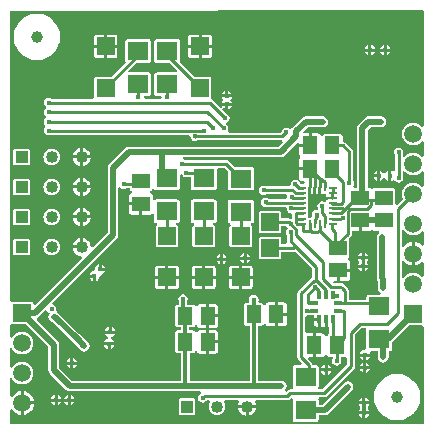
<source format=gtl>
G04 Layer_Physical_Order=1*
G04 Layer_Color=255*
%FSLAX24Y24*%
%MOIN*%
G70*
G01*
G75*
%ADD10R,0.0512X0.0591*%
%ADD11R,0.0591X0.0512*%
%ADD12R,0.0591X0.0591*%
%ADD13R,0.0109X0.0256*%
%ADD14R,0.0256X0.0109*%
%ADD15R,0.0295X0.0157*%
%ADD16R,0.0157X0.0291*%
%ADD17R,0.0157X0.0295*%
%ADD18R,0.0709X0.0630*%
%ADD19C,0.0098*%
%ADD20C,0.0197*%
%ADD21C,0.0118*%
%ADD22C,0.0394*%
%ADD23C,0.0400*%
%ADD24R,0.0400X0.0400*%
%ADD25R,0.0400X0.0400*%
%ADD26C,0.0591*%
%ADD27C,0.0150*%
G36*
X13365Y6590D02*
X13443Y6530D01*
X13534Y6492D01*
X13632Y6479D01*
X13730Y6492D01*
X13821Y6530D01*
X13899Y6590D01*
X13916Y6613D01*
X13976Y6592D01*
Y6150D01*
X13920Y6131D01*
X13914Y6138D01*
X13831Y6202D01*
X13735Y6241D01*
X13682Y6248D01*
Y5856D01*
Y5464D01*
X13735Y5471D01*
X13831Y5511D01*
X13914Y5574D01*
X13920Y5582D01*
X13976Y5563D01*
Y5120D01*
X13916Y5100D01*
X13899Y5123D01*
X13821Y5183D01*
X13730Y5221D01*
X13632Y5234D01*
X13534Y5221D01*
X13443Y5183D01*
X13365Y5123D01*
X13305Y5045D01*
X13246Y5058D01*
Y5612D01*
X13306Y5632D01*
X13350Y5574D01*
X13433Y5511D01*
X13529Y5471D01*
X13582Y5464D01*
Y5856D01*
Y6248D01*
X13529Y6241D01*
X13433Y6202D01*
X13350Y6138D01*
X13306Y6080D01*
X13246Y6101D01*
Y6655D01*
X13305Y6668D01*
X13365Y6590D01*
D02*
G37*
G36*
X11910Y6625D02*
X12156D01*
X12195Y6633D01*
X12228Y6655D01*
X12280D01*
X12313Y6633D01*
X12352Y6625D01*
X12476D01*
X12494Y6565D01*
X12471Y6550D01*
X12432Y6491D01*
X12418Y6422D01*
Y6152D01*
Y5044D01*
X12432Y4975D01*
X12442Y4959D01*
Y4724D01*
X12456Y4655D01*
X12495Y4597D01*
X12551Y4560D01*
X12552Y4555D01*
X12527Y4500D01*
X12146D01*
X12115Y4493D01*
X12089Y4476D01*
X12071Y4450D01*
X12065Y4419D01*
Y4333D01*
X11474D01*
Y4626D01*
X11464Y4676D01*
X11436Y4718D01*
X11337Y4817D01*
X11323Y4827D01*
X11313Y4841D01*
X11270Y4870D01*
X11220Y4879D01*
X11035D01*
X11030Y4880D01*
X10971D01*
X10964Y4892D01*
X10996Y4952D01*
X11072D01*
Y5310D01*
X11122D01*
Y5360D01*
X11519D01*
Y5566D01*
X11512Y5605D01*
X11490Y5638D01*
X11456Y5660D01*
X11436Y5664D01*
X11436Y5725D01*
X11448Y5728D01*
X11474Y5745D01*
X11492Y5771D01*
X11498Y5802D01*
Y6314D01*
X11492Y6345D01*
X11475Y6369D01*
X11548Y6442D01*
X11576Y6485D01*
X11586Y6534D01*
Y6625D01*
X11810D01*
Y6983D01*
X11910D01*
Y6625D01*
D02*
G37*
G36*
X13976Y13946D02*
Y10120D01*
X13916Y10100D01*
X13899Y10123D01*
X13821Y10183D01*
X13730Y10221D01*
X13632Y10234D01*
X13534Y10221D01*
X13443Y10183D01*
X13365Y10123D01*
X13305Y10045D01*
X13268Y9954D01*
X13255Y9856D01*
X13268Y9759D01*
X13305Y9668D01*
X13365Y9590D01*
X13443Y9530D01*
X13534Y9492D01*
X13632Y9479D01*
X13730Y9492D01*
X13821Y9530D01*
X13899Y9590D01*
X13916Y9613D01*
X13976Y9592D01*
Y9120D01*
X13916Y9100D01*
X13899Y9123D01*
X13821Y9183D01*
X13730Y9221D01*
X13632Y9234D01*
X13534Y9221D01*
X13443Y9183D01*
X13365Y9123D01*
X13330Y9078D01*
X13270Y9098D01*
Y9170D01*
X13285Y9192D01*
X13297Y9252D01*
X13285Y9312D01*
X13251Y9363D01*
X13200Y9397D01*
X13140Y9409D01*
X13080Y9397D01*
X13029Y9363D01*
X12995Y9312D01*
X12983Y9252D01*
X12995Y9192D01*
X13009Y9170D01*
Y8633D01*
X12949Y8605D01*
X12913Y8629D01*
X12894Y8633D01*
Y8465D01*
Y8296D01*
X12913Y8300D01*
X12938Y8316D01*
X12983Y8328D01*
X13015Y8301D01*
X13029Y8280D01*
X13080Y8246D01*
X13140Y8234D01*
X13200Y8246D01*
X13251Y8280D01*
X13285Y8331D01*
X13297Y8391D01*
X13285Y8451D01*
X13270Y8472D01*
Y8615D01*
X13330Y8635D01*
X13365Y8590D01*
X13443Y8530D01*
X13534Y8492D01*
X13632Y8479D01*
X13730Y8492D01*
X13821Y8530D01*
X13899Y8590D01*
X13916Y8613D01*
X13976Y8592D01*
Y8120D01*
X13916Y8100D01*
X13899Y8123D01*
X13821Y8183D01*
X13730Y8221D01*
X13632Y8234D01*
X13534Y8221D01*
X13443Y8183D01*
X13365Y8123D01*
X13305Y8045D01*
X13268Y7954D01*
X13255Y7856D01*
X13268Y7759D01*
X13292Y7700D01*
X13083Y7492D01*
X13023Y7517D01*
Y7987D01*
X13017Y8018D01*
X13000Y8044D01*
X12974Y8061D01*
X12943Y8067D01*
X12352D01*
X12322Y8061D01*
X12296Y8044D01*
X12287Y8032D01*
X12269Y8027D01*
X12239D01*
X12221Y8032D01*
X12212Y8044D01*
X12186Y8061D01*
X12156Y8067D01*
X12115D01*
Y8292D01*
Y8588D01*
Y9989D01*
X12206Y10080D01*
X12549D01*
X12618Y10094D01*
X12677Y10133D01*
X12716Y10192D01*
X12730Y10261D01*
X12716Y10330D01*
X12677Y10389D01*
X12618Y10428D01*
X12549Y10441D01*
X12131D01*
X12062Y10428D01*
X12003Y10389D01*
X11806Y10192D01*
X11767Y10133D01*
X11753Y10064D01*
Y8588D01*
Y8292D01*
Y8067D01*
X11642D01*
X11641Y8068D01*
X11615Y8127D01*
X11636Y8159D01*
X11648Y8219D01*
X11636Y8278D01*
X11622Y8300D01*
Y9252D01*
X11612Y9302D01*
X11583Y9344D01*
X11362Y9566D01*
X11320Y9594D01*
X11271Y9604D01*
Y9769D01*
X11265Y9799D01*
X11248Y9825D01*
X11222Y9843D01*
X11191Y9849D01*
X10679D01*
X10648Y9843D01*
X10622Y9825D01*
X10605Y9799D01*
X10602Y9787D01*
X10541Y9787D01*
X10537Y9808D01*
X10515Y9841D01*
X10482Y9863D01*
X10443Y9871D01*
X10237D01*
Y9473D01*
X10187D01*
Y9423D01*
X9829D01*
Y9178D01*
X9837Y9139D01*
X9859Y9106D01*
X9849Y9053D01*
X9827Y9020D01*
X9819Y8981D01*
Y8736D01*
X10177D01*
Y8636D01*
X9819D01*
Y8391D01*
X9827Y8352D01*
X9849Y8319D01*
X9882Y8297D01*
X9921Y8289D01*
X9987D01*
X10019Y8241D01*
X9996Y8183D01*
X9866D01*
X9845Y8204D01*
X9840Y8229D01*
X9806Y8280D01*
X9755Y8314D01*
X9695Y8326D01*
X9635Y8314D01*
X9584Y8280D01*
X9550Y8229D01*
X9538Y8169D01*
X9539Y8165D01*
X9539Y8163D01*
X9490Y8103D01*
X8718D01*
X8697Y8117D01*
X8637Y8129D01*
X8577Y8117D01*
X8526Y8083D01*
X8492Y8032D01*
X8480Y7972D01*
X8492Y7912D01*
X8526Y7862D01*
X8577Y7828D01*
X8637Y7816D01*
X8697Y7828D01*
X8718Y7842D01*
X9381D01*
X9421Y7782D01*
X9415Y7751D01*
X9416Y7746D01*
X9367Y7686D01*
X8824D01*
X8821Y7690D01*
X8771Y7724D01*
X8711Y7735D01*
X8651Y7724D01*
X8600Y7690D01*
X8566Y7639D01*
X8554Y7579D01*
X8566Y7519D01*
X8600Y7468D01*
X8651Y7434D01*
X8711Y7422D01*
X8729Y7426D01*
X8734Y7425D01*
X9368D01*
X9406Y7378D01*
X9404Y7371D01*
X9416Y7311D01*
X9450Y7260D01*
X9501Y7226D01*
X9532Y7220D01*
X9563Y7210D01*
X9589Y7159D01*
Y7060D01*
X9541Y7029D01*
X9531Y7027D01*
X9519Y7035D01*
X9469Y7045D01*
X9234D01*
Y7210D01*
X9228Y7240D01*
X9210Y7266D01*
X9184Y7284D01*
X9154Y7290D01*
X8563D01*
X8532Y7284D01*
X8506Y7266D01*
X8489Y7240D01*
X8483Y7210D01*
Y6619D01*
X8489Y6588D01*
X8506Y6562D01*
X8532Y6545D01*
X8563Y6539D01*
X9154D01*
X9184Y6545D01*
X9210Y6562D01*
X9228Y6588D01*
X9234Y6619D01*
Y6784D01*
X9402D01*
X9402Y6781D01*
X9423Y6750D01*
X9436Y6687D01*
X9402Y6636D01*
X9390Y6576D01*
X9402Y6516D01*
X9417Y6494D01*
Y6275D01*
X9423Y6244D01*
X9400Y6200D01*
X9387Y6184D01*
X9234D01*
Y6348D01*
X9228Y6379D01*
X9210Y6405D01*
X9184Y6423D01*
X9154Y6429D01*
X8563D01*
X8532Y6423D01*
X8506Y6405D01*
X8489Y6379D01*
X8483Y6348D01*
Y5758D01*
X8489Y5727D01*
X8506Y5701D01*
X8532Y5684D01*
X8563Y5678D01*
X9154D01*
X9184Y5684D01*
X9210Y5701D01*
X9228Y5727D01*
X9234Y5758D01*
Y5923D01*
X9621D01*
X9671Y5933D01*
X9691Y5946D01*
X10265Y5373D01*
Y5082D01*
X10260Y5081D01*
X10218Y5053D01*
X9799Y4634D01*
X9771Y4592D01*
X9761Y4542D01*
Y2411D01*
X9771Y2361D01*
X9799Y2319D01*
X9911Y2208D01*
X9888Y2152D01*
X9685D01*
X9654Y2146D01*
X9628Y2129D01*
X9611Y2103D01*
X9605Y2072D01*
Y1442D01*
X9611Y1411D01*
X9621Y1396D01*
X9608Y1356D01*
X9594Y1336D01*
X9523D01*
X9473Y1326D01*
X9430Y1298D01*
X9390Y1258D01*
X9370Y1262D01*
X9355Y1324D01*
X9394Y1383D01*
X9408Y1452D01*
X9394Y1521D01*
X9355Y1579D01*
X9296Y1619D01*
X9227Y1632D01*
X8453D01*
Y3463D01*
X8568D01*
X8599Y3469D01*
X8625Y3487D01*
X8642Y3513D01*
X8645Y3525D01*
X8706Y3525D01*
X8710Y3504D01*
X8732Y3471D01*
X8765Y3449D01*
X8804Y3441D01*
X9010D01*
Y3839D01*
Y4236D01*
X8804D01*
X8765Y4228D01*
X8732Y4206D01*
X8710Y4173D01*
X8706Y4152D01*
X8645Y4152D01*
X8642Y4165D01*
X8625Y4191D01*
X8599Y4208D01*
X8568Y4214D01*
X8485D01*
X8473Y4236D01*
X8458Y4274D01*
X8469Y4326D01*
X8457Y4386D01*
X8423Y4437D01*
X8372Y4471D01*
X8312Y4483D01*
X8252Y4471D01*
X8201Y4437D01*
X8167Y4386D01*
X8155Y4326D01*
X8166Y4274D01*
X8151Y4236D01*
X8139Y4214D01*
X8056D01*
X8025Y4208D01*
X7999Y4191D01*
X7982Y4165D01*
X7976Y4134D01*
Y3543D01*
X7982Y3513D01*
X7999Y3487D01*
X8025Y3469D01*
X8056Y3463D01*
X8172D01*
Y1632D01*
X6169D01*
Y2553D01*
X6280D01*
X6310Y2559D01*
X6336Y2576D01*
X6354Y2602D01*
X6356Y2615D01*
X6417Y2615D01*
X6422Y2594D01*
X6444Y2561D01*
X6477Y2539D01*
X6516Y2531D01*
X6722D01*
Y2928D01*
Y3325D01*
X6516D01*
X6477Y3318D01*
X6444Y3296D01*
X6422Y3262D01*
X6417Y3242D01*
X6356Y3242D01*
X6354Y3254D01*
X6336Y3280D01*
X6310Y3298D01*
X6280Y3304D01*
X6164D01*
Y3414D01*
X6280D01*
X6310Y3420D01*
X6336Y3437D01*
X6354Y3463D01*
X6356Y3476D01*
X6417Y3476D01*
X6422Y3455D01*
X6444Y3422D01*
X6477Y3400D01*
X6516Y3392D01*
X6722D01*
Y3789D01*
Y4187D01*
X6516D01*
X6477Y4179D01*
X6444Y4157D01*
X6422Y4124D01*
X6417Y4103D01*
X6356Y4103D01*
X6354Y4115D01*
X6336Y4141D01*
X6310Y4159D01*
X6280Y4165D01*
X6095D01*
Y4289D01*
X6100Y4295D01*
X6111Y4355D01*
X6100Y4415D01*
X6066Y4466D01*
X6015Y4500D01*
X5955Y4512D01*
X5895Y4500D01*
X5844Y4466D01*
X5810Y4415D01*
X5798Y4355D01*
X5810Y4295D01*
X5814Y4289D01*
Y4165D01*
X5768D01*
X5737Y4159D01*
X5711Y4141D01*
X5694Y4115D01*
X5687Y4085D01*
Y3494D01*
X5694Y3463D01*
X5711Y3437D01*
X5737Y3420D01*
X5768Y3414D01*
X5883D01*
Y3304D01*
X5768D01*
X5737Y3298D01*
X5711Y3280D01*
X5694Y3254D01*
X5687Y3223D01*
Y2633D01*
X5694Y2602D01*
X5711Y2576D01*
X5737Y2559D01*
X5768Y2553D01*
X5888D01*
Y1632D01*
X4211D01*
X4208Y1633D01*
X4204Y1632D01*
X2265D01*
X1829Y2068D01*
Y2828D01*
X1816Y2897D01*
X1776Y2955D01*
X1071Y3661D01*
X1089Y3728D01*
X1135Y3758D01*
X1362Y3985D01*
X1427Y3966D01*
X1430Y3951D01*
X1464Y3900D01*
X1507Y3871D01*
X1482Y3834D01*
X1468Y3765D01*
X1482Y3696D01*
X1521Y3637D01*
X1579Y3598D01*
X1586Y3597D01*
X2308Y2874D01*
X2530Y2653D01*
X2588Y2614D01*
X2657Y2600D01*
X2727Y2614D01*
X2785Y2653D01*
X2824Y2711D01*
X2838Y2781D01*
X2824Y2850D01*
X2785Y2908D01*
X2604Y3089D01*
X2603Y3096D01*
X2564Y3154D01*
X2505Y3193D01*
X2499Y3195D01*
X1801Y3892D01*
X1768Y3915D01*
X1742Y3934D01*
X1729Y3996D01*
X1732Y4011D01*
X1720Y4071D01*
X1686Y4122D01*
X1635Y4156D01*
X1620Y4159D01*
X1600Y4224D01*
X3302Y5925D01*
X3745Y6368D01*
X3784Y6427D01*
X3798Y6496D01*
Y8067D01*
X3858Y8085D01*
X3875Y8058D01*
X3926Y8024D01*
X3986Y8013D01*
X4046Y8024D01*
X4068Y8039D01*
X4177D01*
Y8017D01*
X4183Y7986D01*
X4200Y7960D01*
X4226Y7943D01*
X4239Y7940D01*
X4239Y7879D01*
X4218Y7875D01*
X4185Y7853D01*
X4163Y7820D01*
X4155Y7781D01*
Y7575D01*
X4552D01*
Y7525D01*
X4602D01*
Y7167D01*
X4847D01*
X4886Y7175D01*
X4920Y7197D01*
X4979Y7177D01*
Y6959D01*
X4985Y6928D01*
X5002Y6902D01*
X5028Y6884D01*
X5059Y6878D01*
X5092D01*
X5098Y6818D01*
X5087Y6816D01*
X5061Y6799D01*
X5044Y6773D01*
X5038Y6742D01*
Y6152D01*
X5044Y6121D01*
X5061Y6095D01*
X5087Y6077D01*
X5118Y6071D01*
X5709D01*
X5739Y6077D01*
X5765Y6095D01*
X5783Y6121D01*
X5789Y6152D01*
Y6742D01*
X5783Y6773D01*
X5765Y6799D01*
X5739Y6816D01*
X5729Y6818D01*
X5735Y6878D01*
X5768D01*
X5798Y6884D01*
X5824Y6902D01*
X5842Y6928D01*
X5848Y6959D01*
Y7589D01*
X5842Y7619D01*
X5824Y7645D01*
X5798Y7663D01*
X5768Y7669D01*
X5059D01*
X5028Y7663D01*
X5009Y7650D01*
X4979Y7658D01*
X4949Y7674D01*
Y7781D01*
X4942Y7820D01*
X4920Y7853D01*
X4886Y7875D01*
X4866Y7879D01*
X4866Y7940D01*
X4878Y7943D01*
X4904Y7960D01*
X4922Y7986D01*
X4928Y8017D01*
X4974Y8028D01*
X4988Y8026D01*
X5002Y8004D01*
X5028Y7987D01*
X5059Y7981D01*
X5768D01*
X5798Y7987D01*
X5824Y8004D01*
X5842Y8030D01*
X5848Y8061D01*
Y8499D01*
X5908Y8505D01*
X5908Y8503D01*
X5942Y8452D01*
X5993Y8418D01*
X6053Y8406D01*
X6113Y8418D01*
X6135Y8433D01*
X6209D01*
Y8061D01*
X6215Y8030D01*
X6233Y8004D01*
X6259Y7987D01*
X6289Y7981D01*
X6998D01*
X7029Y7987D01*
X7055Y8004D01*
X7072Y8030D01*
X7078Y8061D01*
Y8691D01*
X7132Y8728D01*
X7328D01*
X7439Y8616D01*
Y8051D01*
X7446Y8020D01*
X7463Y7994D01*
X7489Y7977D01*
X7520Y7971D01*
X8228D01*
X8259Y7977D01*
X8285Y7994D01*
X8303Y8020D01*
X8309Y8051D01*
Y8681D01*
X8303Y8712D01*
X8285Y8738D01*
X8259Y8755D01*
X8228Y8761D01*
X7663D01*
X7474Y8951D01*
X7432Y8979D01*
X7382Y8989D01*
X6012D01*
X5990Y9003D01*
X5949Y9011D01*
X5955Y9071D01*
X9203D01*
X9272Y9085D01*
X9330Y9124D01*
X9774Y9567D01*
X9829Y9545D01*
Y9523D01*
X10137D01*
Y9871D01*
X9990D01*
X9965Y9931D01*
X10114Y10080D01*
X10605D01*
X10674Y10094D01*
X10733Y10133D01*
X10772Y10192D01*
X10786Y10261D01*
X10772Y10330D01*
X10733Y10389D01*
X10674Y10428D01*
X10605Y10441D01*
X10039D01*
X9970Y10428D01*
X9912Y10389D01*
X9604Y10081D01*
X9575Y10038D01*
X9519Y10029D01*
X9505Y10031D01*
X9460Y10061D01*
X9400Y10073D01*
X9340Y10061D01*
X9289Y10027D01*
X9255Y9976D01*
X9250Y9951D01*
X9198Y9899D01*
X7471D01*
X7439Y9959D01*
X7453Y9979D01*
X7465Y10039D01*
X7453Y10099D01*
X7419Y10150D01*
X7387Y10172D01*
X7397Y10235D01*
X7417Y10239D01*
X7468Y10273D01*
X7502Y10324D01*
X7514Y10384D01*
X7502Y10444D01*
X7468Y10495D01*
X7417Y10529D01*
X7392Y10534D01*
X7257Y10669D01*
X7295Y10715D01*
X7313Y10703D01*
X7338Y10687D01*
X7357Y10683D01*
Y10801D01*
X7238D01*
X7242Y10783D01*
X7270Y10740D01*
X7224Y10702D01*
X6933Y10993D01*
X6915Y11005D01*
X6891Y11025D01*
X6893Y11081D01*
X6896Y11097D01*
Y11688D01*
X6890Y11719D01*
X6873Y11745D01*
X6847Y11762D01*
X6816Y11768D01*
X6330D01*
X5846Y12252D01*
X5857Y12268D01*
X5863Y12298D01*
Y12928D01*
X5857Y12959D01*
X5839Y12985D01*
X5813Y13002D01*
X5782Y13008D01*
X5074D01*
X5043Y13002D01*
X5017Y12985D01*
X5000Y12959D01*
X4994Y12928D01*
Y12298D01*
X5000Y12268D01*
X5017Y12241D01*
X5043Y12224D01*
X5074Y12218D01*
X5511D01*
X5763Y11966D01*
X5738Y11906D01*
X5074D01*
X5043Y11900D01*
X5017Y11883D01*
X5000Y11857D01*
X4994Y11826D01*
Y11196D01*
X5000Y11165D01*
X5017Y11139D01*
X5043Y11122D01*
X5074Y11116D01*
X5231D01*
X5252Y11082D01*
X5216Y11029D01*
X4689D01*
X4650Y11086D01*
X4665Y11116D01*
X4808D01*
X4839Y11122D01*
X4865Y11139D01*
X4882Y11165D01*
X4888Y11196D01*
Y11826D01*
X4882Y11857D01*
X4865Y11883D01*
X4839Y11900D01*
X4808Y11906D01*
X4154D01*
X4129Y11966D01*
X4381Y12218D01*
X4808D01*
X4839Y12224D01*
X4865Y12241D01*
X4882Y12268D01*
X4888Y12298D01*
Y12928D01*
X4882Y12959D01*
X4865Y12985D01*
X4839Y13002D01*
X4808Y13008D01*
X4099D01*
X4069Y13002D01*
X4043Y12985D01*
X4025Y12959D01*
X4019Y12928D01*
Y12298D01*
X4025Y12268D01*
X4040Y12246D01*
X3562Y11768D01*
X3076D01*
X3045Y11762D01*
X3019Y11745D01*
X3002Y11719D01*
X2995Y11688D01*
Y11097D01*
X2997Y11089D01*
X2966Y11038D01*
X2955Y11029D01*
X1561D01*
X1536Y11045D01*
X1476Y11057D01*
X1416Y11045D01*
X1366Y11011D01*
X1332Y10961D01*
X1320Y10901D01*
X1332Y10841D01*
X1366Y10790D01*
X1386Y10776D01*
Y10705D01*
X1366Y10692D01*
X1332Y10641D01*
X1320Y10581D01*
X1332Y10521D01*
X1366Y10470D01*
X1386Y10456D01*
Y10385D01*
X1366Y10372D01*
X1332Y10321D01*
X1320Y10261D01*
X1332Y10201D01*
X1366Y10150D01*
X1367Y10149D01*
Y10077D01*
X1366Y10076D01*
X1332Y10026D01*
X1320Y9966D01*
X1332Y9906D01*
X1366Y9855D01*
X1416Y9821D01*
X1476Y9809D01*
X1536Y9821D01*
X1558Y9835D01*
X6144D01*
X6193Y9775D01*
X6192Y9769D01*
X6204Y9709D01*
X6238Y9658D01*
X6288Y9624D01*
X6348Y9612D01*
X6408Y9624D01*
X6430Y9638D01*
X9249D01*
X9255Y9631D01*
X9277Y9582D01*
X9128Y9433D01*
X4158D01*
X4089Y9419D01*
X4031Y9380D01*
X3489Y8838D01*
X3450Y8780D01*
X3436Y8711D01*
Y8095D01*
Y6571D01*
X3046Y6181D01*
X2936Y6070D01*
X2901Y6080D01*
X2876Y6095D01*
X2867Y6165D01*
X2837Y6238D01*
X2789Y6301D01*
X2726Y6349D01*
X2653Y6379D01*
X2625Y6383D01*
Y6087D01*
X2575D01*
Y6037D01*
X2279D01*
X2283Y6008D01*
X2313Y5935D01*
X2361Y5873D01*
X2424Y5825D01*
X2496Y5794D01*
X2566Y5785D01*
X2581Y5760D01*
X2591Y5726D01*
X1022Y4156D01*
X988Y4170D01*
X965Y4185D01*
X960Y4212D01*
X943Y4238D01*
X917Y4255D01*
X886Y4261D01*
X295D01*
X265Y4255D01*
X257Y4250D01*
X200Y4274D01*
X197Y4277D01*
X197Y13964D01*
X13934Y13988D01*
X13976Y13946D01*
D02*
G37*
G36*
X10568Y7846D02*
X10572D01*
X10602Y7852D01*
X10632Y7846D01*
X10706D01*
X10729Y7788D01*
X10725Y7764D01*
Y7760D01*
X10955D01*
Y7675D01*
X10827D01*
X10796Y7669D01*
X10782Y7660D01*
X10725D01*
Y7655D01*
X10733Y7616D01*
X10691Y7571D01*
X10686Y7570D01*
X10641Y7601D01*
X10581Y7612D01*
X10521Y7601D01*
X10470Y7567D01*
X10436Y7516D01*
X10424Y7456D01*
X10436Y7396D01*
X10450Y7374D01*
Y7351D01*
X10408Y7317D01*
X10348Y7305D01*
X10298Y7271D01*
X10264Y7220D01*
X10252Y7160D01*
X10259Y7122D01*
X10256Y7119D01*
X10228Y7077D01*
X10221Y7044D01*
X10124D01*
X10120Y7048D01*
Y7087D01*
X10114Y7117D01*
X10120Y7147D01*
Y7256D01*
X10114Y7286D01*
X10120Y7316D01*
Y7426D01*
X10114Y7456D01*
X10120Y7486D01*
Y7595D01*
X10114Y7625D01*
X10120Y7655D01*
Y7764D01*
X10115Y7787D01*
X10116Y7793D01*
X10129Y7824D01*
Y8076D01*
X10229D01*
Y7846D01*
X10234D01*
X10264Y7852D01*
X10294Y7846D01*
X10298D01*
Y8076D01*
X10398D01*
Y7846D01*
X10403D01*
X10433Y7852D01*
X10463Y7846D01*
X10468D01*
Y8076D01*
X10568D01*
Y7846D01*
D02*
G37*
G36*
X10148Y3814D02*
X10179Y3807D01*
X10311D01*
Y3729D01*
X10492D01*
Y3679D01*
X10542D01*
Y3432D01*
X10571D01*
X10610Y3439D01*
X10612Y3441D01*
X10650Y3433D01*
X10678D01*
Y3683D01*
X10778D01*
Y3433D01*
X10807D01*
X10834Y3411D01*
Y3181D01*
X10827D01*
X10796Y3175D01*
X10770Y3157D01*
X10753Y3131D01*
X10750Y3118D01*
X10689Y3118D01*
X10685Y3139D01*
X10663Y3172D01*
X10630Y3195D01*
X10591Y3202D01*
X10385D01*
Y2805D01*
Y2408D01*
X10591D01*
X10630Y2416D01*
X10663Y2438D01*
X10685Y2471D01*
X10689Y2492D01*
X10750Y2492D01*
X10753Y2479D01*
X10770Y2453D01*
X10796Y2436D01*
X10827Y2430D01*
X10942D01*
Y2370D01*
X10928Y2348D01*
X10916Y2288D01*
X10928Y2228D01*
X10962Y2178D01*
X11013Y2144D01*
X11073Y2132D01*
X11133Y2144D01*
X11184Y2178D01*
X11218Y2228D01*
X11230Y2288D01*
X11218Y2348D01*
X11203Y2370D01*
Y2430D01*
X11339D01*
X11361Y2434D01*
X11385Y2424D01*
X11421Y2398D01*
Y2156D01*
X10600Y1336D01*
X10484D01*
X10471Y1356D01*
X10458Y1396D01*
X10468Y1411D01*
X10474Y1442D01*
Y2072D01*
X10468Y2103D01*
X10450Y2129D01*
X10424Y2146D01*
X10394Y2152D01*
X10268D01*
Y2165D01*
X10258Y2215D01*
X10230Y2258D01*
X10135Y2352D01*
X10158Y2408D01*
X10285D01*
Y2805D01*
Y3202D01*
X10079D01*
X10022Y3250D01*
Y3763D01*
X10082Y3812D01*
X10093Y3810D01*
X10140Y3819D01*
X10148Y3814D01*
D02*
G37*
G36*
X265Y3516D02*
X295Y3510D01*
X711D01*
X1468Y2753D01*
Y1993D01*
X1482Y1924D01*
X1521Y1865D01*
X2062Y1324D01*
X2121Y1285D01*
X2190Y1271D01*
X6509D01*
X6552Y1211D01*
X6548Y1200D01*
X6497Y1166D01*
X6464Y1115D01*
X6452Y1055D01*
X6464Y995D01*
X6497Y944D01*
X6548Y910D01*
X6608Y899D01*
X6668Y910D01*
X6719Y944D01*
X6741Y977D01*
X6824D01*
X6853Y917D01*
X6843Y903D01*
X6815Y836D01*
X6805Y763D01*
X6815Y690D01*
X6843Y622D01*
X6888Y564D01*
X6946Y519D01*
X7014Y491D01*
X7087Y482D01*
X7159Y491D01*
X7227Y519D01*
X7285Y564D01*
X7330Y622D01*
X7358Y690D01*
X7368Y763D01*
X7358Y836D01*
X7330Y903D01*
X7320Y917D01*
X7349Y977D01*
X7797D01*
X7827Y917D01*
X7825Y914D01*
X7794Y841D01*
X7791Y813D01*
X8087D01*
X8383D01*
X8379Y841D01*
X8349Y914D01*
X8347Y917D01*
X8376Y977D01*
X9424D01*
X9474Y987D01*
X9516Y1015D01*
X9545Y1043D01*
X9564Y1047D01*
X9569Y1045D01*
X9611Y1000D01*
X9605Y969D01*
Y340D01*
X9611Y309D01*
X9628Y283D01*
X9654Y265D01*
X9685Y259D01*
X10394D01*
X10424Y265D01*
X10450Y283D01*
X10468Y309D01*
X10474Y340D01*
Y474D01*
X10669D01*
X10738Y488D01*
X10797Y527D01*
X11570Y1299D01*
X11609Y1358D01*
X11623Y1427D01*
X11609Y1496D01*
X11570Y1555D01*
X11511Y1594D01*
X11442Y1608D01*
X11373Y1594D01*
X11314Y1555D01*
X10594Y835D01*
X10474D01*
Y969D01*
X10468Y1000D01*
X10458Y1015D01*
X10471Y1055D01*
X10484Y1075D01*
X10655D01*
X10704Y1085D01*
X10747Y1113D01*
X11643Y2010D01*
X11672Y2052D01*
X11682Y2102D01*
Y3180D01*
X11890Y3388D01*
X12026D01*
X12038Y3378D01*
X12068Y3328D01*
X12065Y3317D01*
Y2713D01*
X12023Y2669D01*
X12009Y2663D01*
X12008Y2664D01*
X11940Y2650D01*
X11882Y2611D01*
X11843Y2554D01*
X11839Y2535D01*
X12176D01*
X12174Y2547D01*
X12178Y2561D01*
X12209Y2607D01*
X12442D01*
Y2411D01*
X12456Y2342D01*
X12495Y2284D01*
X12554Y2245D01*
X12623Y2231D01*
X12692Y2245D01*
X12751Y2284D01*
X12790Y2342D01*
X12804Y2411D01*
Y2607D01*
X12854D01*
X12885Y2613D01*
X12911Y2630D01*
X12929Y2656D01*
X12935Y2687D01*
Y2904D01*
X13512Y3481D01*
X13927D01*
X13976Y3433D01*
Y197D01*
X197D01*
Y653D01*
X257Y671D01*
X309Y604D01*
X391Y541D01*
X487Y501D01*
X541Y494D01*
Y886D01*
Y1278D01*
X487Y1271D01*
X391Y1231D01*
X309Y1168D01*
X257Y1100D01*
X197Y1119D01*
Y1702D01*
X257Y1714D01*
X264Y1697D01*
X324Y1619D01*
X402Y1559D01*
X493Y1521D01*
X591Y1509D01*
X688Y1521D01*
X779Y1559D01*
X857Y1619D01*
X917Y1697D01*
X955Y1788D01*
X968Y1886D01*
X955Y1983D01*
X917Y2074D01*
X857Y2153D01*
X779Y2213D01*
X688Y2250D01*
X591Y2263D01*
X493Y2250D01*
X402Y2213D01*
X324Y2153D01*
X264Y2074D01*
X257Y2058D01*
X197Y2069D01*
Y2702D01*
X257Y2714D01*
X264Y2697D01*
X324Y2619D01*
X402Y2559D01*
X493Y2521D01*
X591Y2509D01*
X688Y2521D01*
X779Y2559D01*
X857Y2619D01*
X917Y2697D01*
X955Y2788D01*
X968Y2886D01*
X955Y2983D01*
X917Y3074D01*
X857Y3153D01*
X779Y3213D01*
X688Y3250D01*
X591Y3263D01*
X493Y3250D01*
X402Y3213D01*
X324Y3153D01*
X264Y3074D01*
X257Y3058D01*
X197Y3069D01*
Y3495D01*
X200Y3498D01*
X257Y3522D01*
X265Y3516D01*
D02*
G37*
%LPC*%
G36*
X11519Y5260D02*
X11172D01*
Y4952D01*
X11417D01*
X11456Y4960D01*
X11490Y4982D01*
X11512Y5015D01*
X11519Y5054D01*
Y5260D01*
D02*
G37*
G36*
X12009Y5902D02*
Y5783D01*
X12127D01*
X12124Y5802D01*
X12085Y5859D01*
X12027Y5898D01*
X12009Y5902D01*
D02*
G37*
G36*
X11909D02*
X11890Y5898D01*
X11832Y5859D01*
X11794Y5802D01*
X11790Y5783D01*
X11909D01*
Y5902D01*
D02*
G37*
G36*
X12127Y5388D02*
X12009D01*
Y5270D01*
X12027Y5273D01*
X12085Y5312D01*
X12124Y5370D01*
X12127Y5388D01*
D02*
G37*
G36*
X11909D02*
X11790D01*
X11794Y5370D01*
X11832Y5312D01*
X11890Y5273D01*
X11909Y5270D01*
Y5388D01*
D02*
G37*
G36*
X12127Y5683D02*
X11790D01*
X11794Y5665D01*
X11832Y5607D01*
Y5564D01*
X11794Y5506D01*
X11790Y5488D01*
X12127D01*
X12124Y5506D01*
X12085Y5564D01*
Y5607D01*
X12124Y5665D01*
X12127Y5683D01*
D02*
G37*
G36*
X7130Y3739D02*
X6822D01*
Y3392D01*
X7028D01*
X7067Y3400D01*
X7100Y3422D01*
X7122Y3455D01*
X7130Y3494D01*
Y3739D01*
D02*
G37*
G36*
X9418Y3789D02*
X9110D01*
Y3441D01*
X9316D01*
X9355Y3449D01*
X9388Y3471D01*
X9410Y3504D01*
X9418Y3543D01*
Y3789D01*
D02*
G37*
G36*
X3569Y3417D02*
Y3298D01*
X3687D01*
X3684Y3316D01*
X3645Y3374D01*
X3587Y3413D01*
X3569Y3417D01*
D02*
G37*
G36*
X3444Y2804D02*
X3326D01*
X3329Y2786D01*
X3368Y2728D01*
X3426Y2689D01*
X3444Y2686D01*
Y2804D01*
D02*
G37*
G36*
X7130Y2878D02*
X6822D01*
Y2531D01*
X7028D01*
X7067Y2539D01*
X7100Y2561D01*
X7122Y2594D01*
X7130Y2633D01*
Y2878D01*
D02*
G37*
G36*
X3663Y2804D02*
X3544D01*
Y2686D01*
X3562Y2689D01*
X3620Y2728D01*
X3659Y2786D01*
X3663Y2804D01*
D02*
G37*
G36*
X3469Y3417D02*
X3450Y3413D01*
X3393Y3374D01*
X3354Y3316D01*
X3350Y3298D01*
X3469D01*
Y3417D01*
D02*
G37*
G36*
X7028Y3325D02*
X6822D01*
Y2978D01*
X7130D01*
Y3223D01*
X7122Y3262D01*
X7100Y3296D01*
X7067Y3318D01*
X7028Y3325D01*
D02*
G37*
G36*
X3687Y3198D02*
X3350D01*
X3354Y3180D01*
X3393Y3122D01*
X3448Y3085D01*
X3450Y3074D01*
X3445Y3023D01*
X3426Y3019D01*
X3368Y2980D01*
X3329Y2923D01*
X3326Y2904D01*
X3663D01*
X3659Y2923D01*
X3620Y2980D01*
X3565Y3018D01*
X3563Y3028D01*
X3568Y3079D01*
X3587Y3083D01*
X3645Y3122D01*
X3684Y3180D01*
X3687Y3198D01*
D02*
G37*
G36*
X7824Y5466D02*
X7579D01*
X7540Y5458D01*
X7507Y5436D01*
X7485Y5403D01*
X7477Y5364D01*
Y5119D01*
X7824D01*
Y5466D01*
D02*
G37*
G36*
X2952Y5068D02*
X2833D01*
X2837Y5050D01*
X2876Y4992D01*
X2934Y4953D01*
X2952Y4950D01*
Y5068D01*
D02*
G37*
G36*
X3150Y5509D02*
X3131Y5505D01*
X3073Y5467D01*
X3035Y5409D01*
X3024Y5353D01*
X3017Y5337D01*
X2970Y5290D01*
X2934Y5283D01*
X2876Y5244D01*
X2837Y5186D01*
X2833Y5168D01*
X3002D01*
Y5118D01*
X3052D01*
Y4950D01*
X3070Y4953D01*
X3128Y4992D01*
X3167Y5050D01*
X3178Y5105D01*
X3184Y5122D01*
X3232Y5168D01*
X3268Y5176D01*
X3326Y5214D01*
X3364Y5272D01*
X3368Y5290D01*
X3200D01*
Y5340D01*
X3150D01*
Y5509D01*
D02*
G37*
G36*
X8169Y5466D02*
X7924D01*
Y5119D01*
X8271D01*
Y5364D01*
X8263Y5403D01*
X8241Y5436D01*
X8208Y5458D01*
X8169Y5466D01*
D02*
G37*
G36*
X6594Y5466D02*
X6348D01*
X6309Y5458D01*
X6276Y5436D01*
X6254Y5403D01*
X6246Y5364D01*
Y5119D01*
X6594D01*
Y5466D01*
D02*
G37*
G36*
X5363Y5466D02*
X5118D01*
X5079Y5458D01*
X5046Y5436D01*
X5024Y5403D01*
X5016Y5364D01*
Y5119D01*
X5363D01*
Y5466D01*
D02*
G37*
G36*
X5709D02*
X5463D01*
Y5119D01*
X5811D01*
Y5364D01*
X5803Y5403D01*
X5781Y5436D01*
X5748Y5458D01*
X5709Y5466D01*
D02*
G37*
G36*
X7824Y5019D02*
X7477D01*
Y4774D01*
X7485Y4735D01*
X7507Y4702D01*
X7540Y4679D01*
X7579Y4672D01*
X7824D01*
Y5019D01*
D02*
G37*
G36*
X8271D02*
X7924D01*
Y4672D01*
X8169D01*
X8208Y4679D01*
X8241Y4702D01*
X8263Y4735D01*
X8271Y4774D01*
Y5019D01*
D02*
G37*
G36*
X7028Y4187D02*
X6822D01*
Y3839D01*
X7130D01*
Y4085D01*
X7122Y4124D01*
X7100Y4157D01*
X7067Y4179D01*
X7028Y4187D01*
D02*
G37*
G36*
X9316Y4236D02*
X9110D01*
Y3889D01*
X9418D01*
Y4134D01*
X9410Y4173D01*
X9388Y4206D01*
X9355Y4228D01*
X9316Y4236D01*
D02*
G37*
G36*
X6594Y5019D02*
X6246D01*
Y4774D01*
X6254Y4735D01*
X6276Y4702D01*
X6309Y4679D01*
X6348Y4672D01*
X6594D01*
Y5019D01*
D02*
G37*
G36*
X7041D02*
X6694D01*
Y4672D01*
X6939D01*
X6978Y4679D01*
X7011Y4702D01*
X7033Y4735D01*
X7041Y4774D01*
Y5019D01*
D02*
G37*
G36*
X5363Y5019D02*
X5016D01*
Y4774D01*
X5024Y4735D01*
X5046Y4702D01*
X5079Y4679D01*
X5118Y4672D01*
X5363D01*
Y5019D01*
D02*
G37*
G36*
X5811D02*
X5463D01*
Y4672D01*
X5709D01*
X5748Y4679D01*
X5781Y4702D01*
X5803Y4735D01*
X5811Y4774D01*
Y5019D01*
D02*
G37*
G36*
X2408Y2165D02*
X2289D01*
Y2046D01*
X2307Y2050D01*
X2365Y2088D01*
X2404Y2146D01*
X2408Y2165D01*
D02*
G37*
G36*
X2189D02*
X2071D01*
X2074Y2146D01*
X2113Y2088D01*
X2171Y2050D01*
X2189Y2046D01*
Y2165D01*
D02*
G37*
G36*
X2289Y2383D02*
Y2265D01*
X2408D01*
X2404Y2283D01*
X2365Y2341D01*
X2307Y2379D01*
X2289Y2383D01*
D02*
G37*
G36*
X2189D02*
X2171Y2379D01*
X2113Y2341D01*
X2074Y2283D01*
X2071Y2265D01*
X2189D01*
Y2383D01*
D02*
G37*
G36*
X6939Y5466D02*
X6694D01*
Y5119D01*
X7041D01*
Y5364D01*
X7033Y5403D01*
X7011Y5436D01*
X6978Y5458D01*
X6939Y5466D01*
D02*
G37*
G36*
X7575Y10801D02*
X7456D01*
Y10683D01*
X7475Y10687D01*
X7533Y10725D01*
X7571Y10783D01*
X7575Y10801D01*
D02*
G37*
G36*
X2625Y9383D02*
Y9137D01*
X2871D01*
X2867Y9165D01*
X2837Y9238D01*
X2789Y9301D01*
X2726Y9349D01*
X2653Y9379D01*
X2625Y9383D01*
D02*
G37*
G36*
X2525D02*
X2496Y9379D01*
X2424Y9349D01*
X2361Y9301D01*
X2313Y9238D01*
X2283Y9165D01*
X2279Y9137D01*
X2525D01*
Y9383D01*
D02*
G37*
G36*
X7575Y11072D02*
X7238D01*
X7242Y11054D01*
X7280Y10996D01*
Y10978D01*
X7242Y10920D01*
X7238Y10901D01*
X7575D01*
X7571Y10920D01*
X7533Y10978D01*
Y10996D01*
X7571Y11054D01*
X7575Y11072D01*
D02*
G37*
G36*
X3321Y12721D02*
X2974D01*
Y12475D01*
X2982Y12436D01*
X3004Y12403D01*
X3037Y12381D01*
X3076Y12373D01*
X3321D01*
Y12721D01*
D02*
G37*
G36*
X7456Y11291D02*
Y11172D01*
X7575D01*
X7571Y11190D01*
X7533Y11248D01*
X7475Y11287D01*
X7456Y11291D01*
D02*
G37*
G36*
X7357D02*
X7338Y11287D01*
X7280Y11248D01*
X7242Y11190D01*
X7238Y11172D01*
X7357D01*
Y11291D01*
D02*
G37*
G36*
X775Y9367D02*
X375D01*
X344Y9361D01*
X318Y9343D01*
X301Y9317D01*
X295Y9287D01*
Y8887D01*
X301Y8856D01*
X318Y8830D01*
X344Y8812D01*
X375Y8806D01*
X775D01*
X806Y8812D01*
X832Y8830D01*
X849Y8856D01*
X855Y8887D01*
Y9287D01*
X849Y9317D01*
X832Y9343D01*
X806Y9361D01*
X775Y9367D01*
D02*
G37*
G36*
X12425Y8633D02*
X12407Y8629D01*
X12349Y8591D01*
X12311Y8533D01*
X12307Y8515D01*
X12425D01*
Y8633D01*
D02*
G37*
G36*
Y8415D02*
X12307D01*
X12311Y8396D01*
X12349Y8338D01*
X12407Y8300D01*
X12425Y8296D01*
Y8415D01*
D02*
G37*
G36*
X2625Y8383D02*
Y8137D01*
X2871D01*
X2867Y8165D01*
X2837Y8238D01*
X2789Y8301D01*
X2726Y8349D01*
X2653Y8379D01*
X2625Y8383D01*
D02*
G37*
G36*
X12794Y8633D02*
X12776Y8629D01*
X12718Y8591D01*
X12693Y8553D01*
X12692Y8553D01*
X12628D01*
X12627Y8553D01*
X12602Y8591D01*
X12544Y8629D01*
X12525Y8633D01*
Y8465D01*
Y8296D01*
X12544Y8300D01*
X12602Y8338D01*
X12627Y8376D01*
X12628Y8377D01*
X12692D01*
X12693Y8376D01*
X12718Y8338D01*
X12776Y8300D01*
X12794Y8296D01*
Y8465D01*
Y8633D01*
D02*
G37*
G36*
X1575Y9368D02*
X1502Y9358D01*
X1434Y9330D01*
X1376Y9285D01*
X1331Y9227D01*
X1303Y9159D01*
X1294Y9087D01*
X1303Y9014D01*
X1331Y8946D01*
X1376Y8888D01*
X1434Y8843D01*
X1502Y8815D01*
X1575Y8805D01*
X1648Y8815D01*
X1715Y8843D01*
X1774Y8888D01*
X1818Y8946D01*
X1846Y9014D01*
X1856Y9087D01*
X1846Y9159D01*
X1818Y9227D01*
X1774Y9285D01*
X1715Y9330D01*
X1648Y9358D01*
X1575Y9368D01*
D02*
G37*
G36*
X2871Y9037D02*
X2625D01*
Y8791D01*
X2653Y8794D01*
X2726Y8825D01*
X2789Y8873D01*
X2837Y8935D01*
X2867Y9008D01*
X2871Y9037D01*
D02*
G37*
G36*
X2525D02*
X2279D01*
X2283Y9008D01*
X2313Y8935D01*
X2361Y8873D01*
X2424Y8825D01*
X2496Y8794D01*
X2525Y8791D01*
Y9037D01*
D02*
G37*
G36*
X3768Y12721D02*
X3421D01*
Y12373D01*
X3666D01*
X3705Y12381D01*
X3738Y12403D01*
X3761Y12436D01*
X3768Y12475D01*
Y12721D01*
D02*
G37*
G36*
X3321Y13168D02*
X3076D01*
X3037Y13160D01*
X3004Y13138D01*
X2982Y13105D01*
X2974Y13066D01*
Y12821D01*
X3321D01*
Y13168D01*
D02*
G37*
G36*
X12747Y12816D02*
Y12698D01*
X12865D01*
X12862Y12716D01*
X12823Y12774D01*
X12765Y12812D01*
X12747Y12816D01*
D02*
G37*
G36*
X12647D02*
X12629Y12812D01*
X12571Y12774D01*
X12532Y12716D01*
X12528Y12698D01*
X12647D01*
Y12816D01*
D02*
G37*
G36*
X6471Y13168D02*
X6225D01*
X6186Y13160D01*
X6153Y13138D01*
X6131Y13105D01*
X6123Y13066D01*
Y12821D01*
X6471D01*
Y13168D01*
D02*
G37*
G36*
X1083Y13863D02*
X1079Y13862D01*
X1075Y13863D01*
X940Y13849D01*
X932Y13847D01*
X924Y13846D01*
X794Y13807D01*
X787Y13803D01*
X780Y13801D01*
X660Y13737D01*
X654Y13732D01*
X647Y13728D01*
X542Y13642D01*
X537Y13636D01*
X531Y13631D01*
X445Y13526D01*
X441Y13519D01*
X436Y13513D01*
X372Y13393D01*
X370Y13386D01*
X366Y13379D01*
X327Y13249D01*
X326Y13241D01*
X324Y13233D01*
X310Y13098D01*
X311Y13091D01*
X310Y13083D01*
X324Y12948D01*
X326Y12940D01*
X327Y12932D01*
X366Y12802D01*
X370Y12795D01*
X372Y12788D01*
X436Y12668D01*
X441Y12662D01*
X445Y12655D01*
X531Y12550D01*
X537Y12545D01*
X542Y12539D01*
X647Y12453D01*
X654Y12449D01*
X660Y12444D01*
X780Y12380D01*
X787Y12378D01*
X794Y12374D01*
X924Y12335D01*
X932Y12334D01*
X940Y12332D01*
X1075Y12318D01*
X1079Y12319D01*
X1083Y12318D01*
X1087Y12319D01*
X1091Y12318D01*
X1226Y12332D01*
X1233Y12334D01*
X1241Y12335D01*
X1371Y12374D01*
X1378Y12378D01*
X1385Y12380D01*
X1505Y12444D01*
X1511Y12449D01*
X1518Y12453D01*
X1623Y12539D01*
X1628Y12545D01*
X1634Y12550D01*
X1720Y12655D01*
X1724Y12662D01*
X1729Y12668D01*
X1793Y12788D01*
X1795Y12795D01*
X1799Y12802D01*
X1839Y12932D01*
X1839Y12940D01*
X1842Y12948D01*
X1855Y13083D01*
X1854Y13091D01*
X1855Y13098D01*
X1842Y13233D01*
X1839Y13241D01*
X1839Y13249D01*
X1799Y13379D01*
X1795Y13386D01*
X1793Y13393D01*
X1729Y13513D01*
X1724Y13519D01*
X1720Y13526D01*
X1634Y13631D01*
X1628Y13636D01*
X1623Y13642D01*
X1518Y13728D01*
X1511Y13732D01*
X1505Y13737D01*
X1385Y13801D01*
X1378Y13803D01*
X1371Y13807D01*
X1241Y13846D01*
X1233Y13847D01*
X1226Y13849D01*
X1091Y13863D01*
X1087Y13862D01*
X1083Y13863D01*
D02*
G37*
G36*
X6816Y13168D02*
X6571D01*
Y12821D01*
X6918D01*
Y13066D01*
X6910Y13105D01*
X6888Y13138D01*
X6855Y13160D01*
X6816Y13168D01*
D02*
G37*
G36*
X3666D02*
X3421D01*
Y12821D01*
X3768D01*
Y13066D01*
X3761Y13105D01*
X3738Y13138D01*
X3705Y13160D01*
X3666Y13168D01*
D02*
G37*
G36*
X12230Y12816D02*
Y12698D01*
X12349D01*
X12345Y12716D01*
X12306Y12774D01*
X12248Y12812D01*
X12230Y12816D01*
D02*
G37*
G36*
X12130Y12598D02*
X12012D01*
X12015Y12579D01*
X12054Y12521D01*
X12112Y12483D01*
X12130Y12479D01*
Y12598D01*
D02*
G37*
G36*
X6918Y12721D02*
X6571D01*
Y12373D01*
X6816D01*
X6855Y12381D01*
X6888Y12403D01*
X6910Y12436D01*
X6918Y12475D01*
Y12721D01*
D02*
G37*
G36*
X6471D02*
X6123D01*
Y12475D01*
X6131Y12436D01*
X6153Y12403D01*
X6186Y12381D01*
X6225Y12373D01*
X6471D01*
Y12721D01*
D02*
G37*
G36*
X12349Y12598D02*
X12230D01*
Y12479D01*
X12248Y12483D01*
X12306Y12521D01*
X12345Y12579D01*
X12349Y12598D01*
D02*
G37*
G36*
X12130Y12816D02*
X12112Y12812D01*
X12054Y12774D01*
X12015Y12716D01*
X12012Y12698D01*
X12130D01*
Y12816D01*
D02*
G37*
G36*
X12865Y12598D02*
X12747D01*
Y12479D01*
X12765Y12483D01*
X12823Y12521D01*
X12862Y12579D01*
X12865Y12598D01*
D02*
G37*
G36*
X12647D02*
X12528D01*
X12532Y12579D01*
X12571Y12521D01*
X12629Y12483D01*
X12647Y12479D01*
Y12598D01*
D02*
G37*
G36*
X7972Y5877D02*
X7953Y5874D01*
X7895Y5835D01*
X7857Y5777D01*
X7853Y5759D01*
X7972D01*
Y5877D01*
D02*
G37*
G36*
X7284Y5853D02*
Y5734D01*
X7403D01*
X7399Y5752D01*
X7360Y5810D01*
X7303Y5849D01*
X7284Y5853D01*
D02*
G37*
G36*
X7184D02*
X7166Y5849D01*
X7108Y5810D01*
X7069Y5752D01*
X7066Y5734D01*
X7184D01*
Y5853D01*
D02*
G37*
G36*
X8072Y5877D02*
Y5759D01*
X8190D01*
X8187Y5777D01*
X8148Y5835D01*
X8090Y5874D01*
X8072Y5877D01*
D02*
G37*
G36*
X1575Y6368D02*
X1502Y6358D01*
X1434Y6330D01*
X1376Y6285D01*
X1331Y6227D01*
X1303Y6159D01*
X1294Y6087D01*
X1303Y6014D01*
X1331Y5946D01*
X1376Y5888D01*
X1434Y5843D01*
X1502Y5815D01*
X1575Y5805D01*
X1648Y5815D01*
X1715Y5843D01*
X1774Y5888D01*
X1818Y5946D01*
X1846Y6014D01*
X1856Y6087D01*
X1846Y6159D01*
X1818Y6227D01*
X1774Y6285D01*
X1715Y6330D01*
X1648Y6358D01*
X1575Y6368D01*
D02*
G37*
G36*
X8190Y5659D02*
X8072D01*
Y5540D01*
X8090Y5544D01*
X8148Y5582D01*
X8187Y5640D01*
X8190Y5659D01*
D02*
G37*
G36*
X3250Y5509D02*
Y5390D01*
X3368D01*
X3364Y5409D01*
X3326Y5467D01*
X3268Y5505D01*
X3250Y5509D01*
D02*
G37*
G36*
X7972Y5659D02*
X7853D01*
X7857Y5640D01*
X7895Y5582D01*
X7953Y5544D01*
X7972Y5540D01*
Y5659D01*
D02*
G37*
G36*
X7403Y5634D02*
X7284D01*
Y5516D01*
X7303Y5519D01*
X7360Y5558D01*
X7399Y5616D01*
X7403Y5634D01*
D02*
G37*
G36*
X7184D02*
X7066D01*
X7069Y5616D01*
X7108Y5558D01*
X7166Y5519D01*
X7184Y5516D01*
Y5634D01*
D02*
G37*
G36*
X775Y6367D02*
X375D01*
X344Y6361D01*
X318Y6343D01*
X301Y6317D01*
X295Y6287D01*
Y5887D01*
X301Y5856D01*
X318Y5830D01*
X344Y5812D01*
X375Y5806D01*
X775D01*
X806Y5812D01*
X832Y5830D01*
X849Y5856D01*
X855Y5887D01*
Y6287D01*
X849Y6317D01*
X832Y6343D01*
X806Y6361D01*
X775Y6367D01*
D02*
G37*
G36*
X2525Y8037D02*
X2279D01*
X2283Y8008D01*
X2313Y7935D01*
X2361Y7873D01*
X2424Y7825D01*
X2496Y7794D01*
X2525Y7791D01*
Y8037D01*
D02*
G37*
G36*
X4502Y7475D02*
X4155D01*
Y7269D01*
X4163Y7230D01*
X4185Y7197D01*
X4218Y7175D01*
X4257Y7167D01*
X4502D01*
Y7475D01*
D02*
G37*
G36*
X2625Y7383D02*
Y7137D01*
X2871D01*
X2867Y7165D01*
X2837Y7238D01*
X2789Y7301D01*
X2726Y7349D01*
X2653Y7379D01*
X2625Y7383D01*
D02*
G37*
G36*
X2871Y8037D02*
X2625D01*
Y7791D01*
X2653Y7794D01*
X2726Y7825D01*
X2789Y7873D01*
X2837Y7935D01*
X2867Y8008D01*
X2871Y8037D01*
D02*
G37*
G36*
X2525Y8383D02*
X2496Y8379D01*
X2424Y8349D01*
X2361Y8301D01*
X2313Y8238D01*
X2283Y8165D01*
X2279Y8137D01*
X2525D01*
Y8383D01*
D02*
G37*
G36*
X775Y8367D02*
X375D01*
X344Y8361D01*
X318Y8343D01*
X301Y8317D01*
X295Y8287D01*
Y7887D01*
X301Y7856D01*
X318Y7830D01*
X344Y7812D01*
X375Y7806D01*
X775D01*
X806Y7812D01*
X832Y7830D01*
X849Y7856D01*
X855Y7887D01*
Y8287D01*
X849Y8317D01*
X832Y8343D01*
X806Y8361D01*
X775Y8367D01*
D02*
G37*
G36*
X1575Y8368D02*
X1502Y8358D01*
X1434Y8330D01*
X1376Y8285D01*
X1331Y8227D01*
X1303Y8159D01*
X1294Y8087D01*
X1303Y8014D01*
X1331Y7946D01*
X1376Y7888D01*
X1434Y7843D01*
X1502Y7815D01*
X1575Y7805D01*
X1648Y7815D01*
X1715Y7843D01*
X1774Y7888D01*
X1818Y7946D01*
X1846Y8014D01*
X1856Y8087D01*
X1846Y8159D01*
X1818Y8227D01*
X1774Y8285D01*
X1715Y8330D01*
X1648Y8358D01*
X1575Y8368D01*
D02*
G37*
G36*
X2525Y7383D02*
X2496Y7379D01*
X2424Y7349D01*
X2361Y7301D01*
X2313Y7238D01*
X2283Y7165D01*
X2279Y7137D01*
X2525D01*
Y7383D01*
D02*
G37*
G36*
Y6383D02*
X2496Y6379D01*
X2424Y6349D01*
X2361Y6301D01*
X2313Y6238D01*
X2283Y6165D01*
X2279Y6137D01*
X2525D01*
Y6383D01*
D02*
G37*
G36*
X6998Y7669D02*
X6289D01*
X6259Y7663D01*
X6233Y7645D01*
X6215Y7619D01*
X6209Y7589D01*
Y6959D01*
X6215Y6928D01*
X6233Y6902D01*
X6259Y6884D01*
X6289Y6878D01*
X6322D01*
X6328Y6818D01*
X6318Y6816D01*
X6292Y6799D01*
X6274Y6773D01*
X6268Y6742D01*
Y6152D01*
X6274Y6121D01*
X6292Y6095D01*
X6318Y6077D01*
X6348Y6071D01*
X6939D01*
X6970Y6077D01*
X6996Y6095D01*
X7013Y6121D01*
X7019Y6152D01*
Y6742D01*
X7013Y6773D01*
X6996Y6799D01*
X6970Y6816D01*
X6959Y6818D01*
X6965Y6878D01*
X6998D01*
X7029Y6884D01*
X7055Y6902D01*
X7072Y6928D01*
X7078Y6959D01*
Y7589D01*
X7072Y7619D01*
X7055Y7645D01*
X7029Y7663D01*
X6998Y7669D01*
D02*
G37*
G36*
X8228Y7659D02*
X7520D01*
X7489Y7653D01*
X7463Y7636D01*
X7446Y7609D01*
X7439Y7579D01*
Y6949D01*
X7446Y6918D01*
X7463Y6892D01*
X7489Y6875D01*
X7520Y6869D01*
X7526D01*
X7527Y6868D01*
X7536Y6809D01*
X7522Y6799D01*
X7505Y6773D01*
X7498Y6742D01*
Y6152D01*
X7505Y6121D01*
X7522Y6095D01*
X7548Y6077D01*
X7579Y6071D01*
X8169D01*
X8200Y6077D01*
X8226Y6095D01*
X8243Y6121D01*
X8250Y6152D01*
Y6742D01*
X8243Y6773D01*
X8226Y6799D01*
X8212Y6809D01*
X8221Y6868D01*
X8222Y6869D01*
X8228D01*
X8259Y6875D01*
X8285Y6892D01*
X8303Y6918D01*
X8309Y6949D01*
Y7579D01*
X8303Y7609D01*
X8285Y7636D01*
X8259Y7653D01*
X8228Y7659D01*
D02*
G37*
G36*
X2525Y7037D02*
X2279D01*
X2283Y7008D01*
X2313Y6935D01*
X2361Y6873D01*
X2424Y6825D01*
X2496Y6794D01*
X2525Y6791D01*
Y7037D01*
D02*
G37*
G36*
X775Y7367D02*
X375D01*
X344Y7361D01*
X318Y7343D01*
X301Y7317D01*
X295Y7287D01*
Y6887D01*
X301Y6856D01*
X318Y6830D01*
X344Y6812D01*
X375Y6806D01*
X775D01*
X806Y6812D01*
X832Y6830D01*
X849Y6856D01*
X855Y6887D01*
Y7287D01*
X849Y7317D01*
X832Y7343D01*
X806Y7361D01*
X775Y7367D01*
D02*
G37*
G36*
X1575Y7368D02*
X1502Y7358D01*
X1434Y7330D01*
X1376Y7285D01*
X1331Y7227D01*
X1303Y7159D01*
X1294Y7087D01*
X1303Y7014D01*
X1331Y6946D01*
X1376Y6888D01*
X1434Y6843D01*
X1502Y6815D01*
X1575Y6805D01*
X1648Y6815D01*
X1715Y6843D01*
X1774Y6888D01*
X1818Y6946D01*
X1846Y7014D01*
X1856Y7087D01*
X1846Y7159D01*
X1818Y7227D01*
X1774Y7285D01*
X1715Y7330D01*
X1648Y7358D01*
X1575Y7368D01*
D02*
G37*
G36*
X2871Y7037D02*
X2625D01*
Y6791D01*
X2653Y6794D01*
X2726Y6825D01*
X2789Y6873D01*
X2837Y6935D01*
X2867Y7008D01*
X2871Y7037D01*
D02*
G37*
G36*
X10442Y3629D02*
X10311D01*
Y3533D01*
X10319Y3494D01*
X10341Y3461D01*
X10374Y3439D01*
X10413Y3432D01*
X10442D01*
Y3629D01*
D02*
G37*
G36*
X10778Y2162D02*
Y2043D01*
X10897D01*
X10893Y2061D01*
X10855Y2119D01*
X10797Y2158D01*
X10778Y2162D01*
D02*
G37*
G36*
X10678Y1943D02*
X10560D01*
X10563Y1925D01*
X10602Y1867D01*
X10660Y1828D01*
X10678Y1825D01*
Y1943D01*
D02*
G37*
G36*
X10897D02*
X10778D01*
Y1825D01*
X10797Y1828D01*
X10855Y1867D01*
X10893Y1925D01*
X10897Y1943D01*
D02*
G37*
G36*
X10678Y2162D02*
X10660Y2158D01*
X10602Y2119D01*
X10563Y2061D01*
X10560Y2043D01*
X10678D01*
Y2162D01*
D02*
G37*
G36*
X12176Y2435D02*
X12058D01*
Y2317D01*
X12076Y2320D01*
X12134Y2359D01*
X12173Y2417D01*
X12176Y2435D01*
D02*
G37*
G36*
X1891Y934D02*
X1772D01*
Y816D01*
X1791Y819D01*
X1849Y858D01*
X1887Y916D01*
X1891Y934D01*
D02*
G37*
G36*
X11933Y1054D02*
X11915Y1051D01*
X11857Y1012D01*
X11818Y954D01*
X11815Y936D01*
X11933D01*
Y1054D01*
D02*
G37*
G36*
X2334Y934D02*
X2215D01*
Y816D01*
X2234Y819D01*
X2292Y858D01*
X2330Y916D01*
X2334Y934D01*
D02*
G37*
G36*
X1672Y934D02*
X1554D01*
X1558Y916D01*
X1596Y858D01*
X1654Y819D01*
X1672Y816D01*
Y934D01*
D02*
G37*
G36*
X2115Y1153D02*
X2097Y1149D01*
X2039Y1110D01*
X2001Y1053D01*
X1997Y1034D01*
X2115D01*
Y1153D01*
D02*
G37*
G36*
X2215D02*
Y1034D01*
X2334D01*
X2330Y1053D01*
X2292Y1110D01*
X2234Y1149D01*
X2215Y1153D01*
D02*
G37*
G36*
X12033Y1054D02*
Y936D01*
X12152D01*
X12148Y954D01*
X12109Y1012D01*
X12052Y1051D01*
X12033Y1054D01*
D02*
G37*
G36*
X641Y1278D02*
Y936D01*
X983D01*
X976Y989D01*
X936Y1085D01*
X872Y1168D01*
X790Y1231D01*
X694Y1271D01*
X641Y1278D01*
D02*
G37*
G36*
X8037Y713D02*
X7791D01*
X7794Y684D01*
X7825Y611D01*
X7873Y549D01*
X7935Y501D01*
X8008Y471D01*
X8037Y467D01*
Y713D01*
D02*
G37*
G36*
X8383D02*
X8137D01*
Y467D01*
X8165Y471D01*
X8238Y501D01*
X8301Y549D01*
X8349Y611D01*
X8379Y684D01*
X8383Y713D01*
D02*
G37*
G36*
X11933Y516D02*
X11815D01*
X11818Y498D01*
X11857Y440D01*
X11915Y401D01*
X11933Y397D01*
Y516D01*
D02*
G37*
G36*
X12152D02*
X12033D01*
Y397D01*
X12052Y401D01*
X12109Y440D01*
X12148Y498D01*
X12152Y516D01*
D02*
G37*
G36*
Y836D02*
X11815D01*
X11818Y818D01*
X11855Y763D01*
X11863Y746D01*
Y706D01*
X11855Y689D01*
X11818Y634D01*
X11815Y616D01*
X12152D01*
X12148Y634D01*
X12112Y689D01*
X12104Y706D01*
Y746D01*
X12112Y763D01*
X12148Y818D01*
X12152Y836D01*
D02*
G37*
G36*
X2115Y934D02*
X1997D01*
X2001Y916D01*
X2039Y858D01*
X2097Y819D01*
X2115Y816D01*
Y934D01*
D02*
G37*
G36*
X6287Y1043D02*
X5887D01*
X5856Y1037D01*
X5830Y1020D01*
X5812Y994D01*
X5806Y963D01*
Y563D01*
X5812Y532D01*
X5830Y506D01*
X5856Y489D01*
X5887Y483D01*
X6287D01*
X6317Y489D01*
X6343Y506D01*
X6361Y532D01*
X6367Y563D01*
Y963D01*
X6361Y994D01*
X6343Y1020D01*
X6317Y1037D01*
X6287Y1043D01*
D02*
G37*
G36*
X983Y836D02*
X641D01*
Y494D01*
X694Y501D01*
X790Y541D01*
X872Y604D01*
X936Y686D01*
X976Y783D01*
X983Y836D01*
D02*
G37*
G36*
X11958Y2235D02*
X11940Y2232D01*
X11882Y2193D01*
X11843Y2135D01*
X11839Y2117D01*
X11958D01*
Y2235D01*
D02*
G37*
G36*
Y2435D02*
X11839D01*
X11843Y2417D01*
X11882Y2359D01*
X11940Y2320D01*
X11958Y2317D01*
Y2435D01*
D02*
G37*
G36*
X12058Y2235D02*
Y2117D01*
X12176D01*
X12173Y2135D01*
X12134Y2193D01*
X12076Y2232D01*
X12058Y2235D01*
D02*
G37*
G36*
X1672Y1153D02*
X1654Y1149D01*
X1596Y1110D01*
X1558Y1053D01*
X1554Y1034D01*
X1672D01*
Y1153D01*
D02*
G37*
G36*
X1772D02*
Y1034D01*
X1891D01*
X1887Y1053D01*
X1849Y1110D01*
X1791Y1149D01*
X1772Y1153D01*
D02*
G37*
G36*
X12176Y2017D02*
X12058D01*
Y1898D01*
X12076Y1902D01*
X12134Y1941D01*
X12173Y1999D01*
X12176Y2017D01*
D02*
G37*
G36*
X13091Y1855D02*
X13087Y1854D01*
X13083Y1855D01*
X12948Y1842D01*
X12940Y1839D01*
X12932Y1839D01*
X12802Y1799D01*
X12795Y1795D01*
X12788Y1793D01*
X12668Y1729D01*
X12662Y1724D01*
X12655Y1720D01*
X12550Y1634D01*
X12545Y1628D01*
X12539Y1623D01*
X12453Y1518D01*
X12449Y1511D01*
X12444Y1505D01*
X12380Y1385D01*
X12378Y1378D01*
X12374Y1371D01*
X12335Y1241D01*
X12334Y1233D01*
X12332Y1226D01*
X12318Y1091D01*
X12319Y1083D01*
X12318Y1075D01*
X12332Y940D01*
X12334Y932D01*
X12335Y924D01*
X12374Y794D01*
X12378Y787D01*
X12380Y780D01*
X12444Y660D01*
X12449Y654D01*
X12453Y647D01*
X12539Y542D01*
X12545Y537D01*
X12550Y531D01*
X12655Y445D01*
X12662Y441D01*
X12668Y436D01*
X12788Y372D01*
X12795Y370D01*
X12802Y366D01*
X12932Y327D01*
X12940Y326D01*
X12948Y324D01*
X13083Y310D01*
X13087Y311D01*
X13091Y310D01*
X13094Y311D01*
X13098Y310D01*
X13233Y324D01*
X13241Y326D01*
X13249Y327D01*
X13379Y366D01*
X13386Y370D01*
X13393Y372D01*
X13513Y436D01*
X13519Y441D01*
X13526Y445D01*
X13631Y531D01*
X13636Y537D01*
X13642Y542D01*
X13728Y647D01*
X13732Y654D01*
X13737Y660D01*
X13801Y780D01*
X13803Y787D01*
X13807Y794D01*
X13846Y924D01*
X13847Y932D01*
X13849Y940D01*
X13863Y1075D01*
X13862Y1083D01*
X13863Y1091D01*
X13849Y1226D01*
X13847Y1233D01*
X13846Y1241D01*
X13807Y1371D01*
X13803Y1378D01*
X13801Y1385D01*
X13737Y1505D01*
X13732Y1511D01*
X13728Y1518D01*
X13642Y1623D01*
X13636Y1628D01*
X13631Y1634D01*
X13526Y1720D01*
X13519Y1724D01*
X13513Y1729D01*
X13393Y1793D01*
X13386Y1795D01*
X13379Y1799D01*
X13249Y1839D01*
X13241Y1839D01*
X13233Y1842D01*
X13098Y1855D01*
X13094Y1854D01*
X13091Y1855D01*
D02*
G37*
G36*
X11958Y2017D02*
X11839D01*
X11843Y1999D01*
X11882Y1941D01*
X11940Y1902D01*
X11958Y1898D01*
Y2017D01*
D02*
G37*
%LPD*%
D10*
X9060Y3839D02*
D03*
X8312D02*
D03*
X6772Y2928D02*
D03*
X6024D02*
D03*
X6772Y3789D02*
D03*
X6024D02*
D03*
X10177Y8686D02*
D03*
X10925D02*
D03*
X10935Y9473D02*
D03*
X10187D02*
D03*
X11083Y2805D02*
D03*
X10335D02*
D03*
D11*
X4552Y8273D02*
D03*
Y7525D02*
D03*
X11122Y5310D02*
D03*
Y6058D02*
D03*
X12648Y6983D02*
D03*
Y7731D02*
D03*
X11860Y6983D02*
D03*
Y7731D02*
D03*
D12*
X8858Y6053D02*
D03*
Y6914D02*
D03*
X5413Y6447D02*
D03*
Y5069D02*
D03*
X6644Y5069D02*
D03*
Y6447D02*
D03*
X7874Y5069D02*
D03*
Y6447D02*
D03*
X3371Y12771D02*
D03*
Y11393D02*
D03*
X6521Y12771D02*
D03*
Y11393D02*
D03*
X591Y3886D02*
D03*
X13632Y3856D02*
D03*
D13*
X10179Y6836D02*
D03*
X10348D02*
D03*
X10687D02*
D03*
X10518D02*
D03*
X10179Y8076D02*
D03*
X10348D02*
D03*
X10687D02*
D03*
X10518D02*
D03*
D14*
X10955Y6863D02*
D03*
Y7032D02*
D03*
Y7202D02*
D03*
Y7371D02*
D03*
Y8048D02*
D03*
Y7879D02*
D03*
Y7710D02*
D03*
Y7540D02*
D03*
X9911Y6863D02*
D03*
Y7032D02*
D03*
Y7202D02*
D03*
Y7371D02*
D03*
Y8048D02*
D03*
Y7879D02*
D03*
Y7710D02*
D03*
Y7540D02*
D03*
D15*
X11130Y3966D02*
D03*
X10327D02*
D03*
Y4203D02*
D03*
X11130D02*
D03*
D16*
X10965Y3679D02*
D03*
X10492D02*
D03*
X10965Y4490D02*
D03*
X10492D02*
D03*
D17*
X10728Y3683D02*
D03*
Y4486D02*
D03*
D18*
X6644Y8376D02*
D03*
Y7274D02*
D03*
X5413Y8376D02*
D03*
Y7274D02*
D03*
X7874Y8366D02*
D03*
Y7264D02*
D03*
X10039Y655D02*
D03*
Y1757D02*
D03*
X12500Y3002D02*
D03*
Y4104D02*
D03*
X4454Y11511D02*
D03*
Y12613D02*
D03*
X5428Y11511D02*
D03*
Y12613D02*
D03*
D19*
X12229Y7657D02*
X12648D01*
X11644D02*
X12229D01*
X10935Y7222D02*
X11208D01*
X10915Y7202D02*
X10935Y7222D01*
X10915Y6693D02*
Y6863D01*
X11024Y6102D02*
X11456Y6534D01*
X10915Y6043D02*
Y6211D01*
X5955Y3809D02*
X6024Y3740D01*
X10915Y7710D02*
Y7879D01*
X6348Y9744D02*
Y9769D01*
X9252D01*
X1476Y10261D02*
X6742D01*
X6939Y10064D01*
X6767Y10581D02*
X7308Y10039D01*
X1476Y9966D02*
X6644D01*
X1476Y10581D02*
X6767D01*
X6024Y2879D02*
Y2928D01*
Y3002D01*
X6660Y1107D02*
X9424D01*
X9523Y1206D01*
X4449Y8169D02*
X4552Y8273D01*
X3986Y8169D02*
X4449D01*
X9252Y9769D02*
X9400Y9916D01*
X5507Y10901D02*
X6841D01*
X5504Y10898D02*
X5507Y10901D01*
X1479Y10898D02*
X5504D01*
X1476Y10901D02*
X1479Y10898D01*
X5428Y11083D02*
Y11511D01*
X4454Y11097D02*
Y11511D01*
X5428Y12485D02*
X6521Y11393D01*
X5428Y12485D02*
Y12613D01*
X6521Y11393D02*
Y11521D01*
X4454Y12475D02*
Y12613D01*
X3371Y11393D02*
X4454Y12475D01*
X5930Y8858D02*
X7382D01*
X7874Y8366D01*
X6609Y8391D02*
X6619Y8401D01*
X6053Y8563D02*
X6437D01*
X6609Y8391D01*
X6619Y8401D02*
X6644Y8376D01*
X10138Y1698D02*
Y2165D01*
X9609Y7714D02*
X9947D01*
X9469Y6914D02*
X9547Y6836D01*
X10921Y7535D02*
X11212D01*
X10955Y7879D02*
Y8048D01*
X11270Y7592D02*
Y8268D01*
X11212Y7535D02*
X11270Y7592D01*
X10925Y8612D02*
X11270Y8268D01*
X10518Y8355D02*
X10550D01*
X10624Y8282D01*
X10665D01*
X10687Y8260D01*
Y8076D02*
Y8260D01*
X10177Y8686D02*
X10187D01*
X10518Y8355D01*
Y8076D02*
Y8355D01*
X10179Y8684D02*
X10348Y8515D01*
X10177Y8686D02*
X10179Y8684D01*
X10348Y8076D02*
Y8515D01*
X10179Y8076D02*
Y8684D01*
X9941Y6608D02*
X10173D01*
X9941D02*
Y6853D01*
X9731Y6484D02*
X10619Y5596D01*
X9731Y6484D02*
Y6652D01*
X10464Y6614D02*
X10518D01*
X10448Y6598D02*
X10464Y6614D01*
X10249Y6598D02*
X10448D01*
X10233Y6614D02*
X10249Y6598D01*
X10179Y6614D02*
X10233D01*
X10518D02*
Y6801D01*
X10581Y7234D02*
Y7456D01*
X9911Y7371D02*
X9951D01*
X9561D02*
X9911D01*
X10955D02*
X11281D01*
X10915D02*
X10955D01*
X9911Y7202D02*
X9951D01*
X9719D02*
X9911D01*
Y6863D02*
X9951D01*
X9746D02*
X9911D01*
X10179Y6836D02*
Y6875D01*
Y6614D02*
Y6836D01*
X9911Y7032D02*
X9951D01*
X9724D02*
X9911D01*
Y8048D02*
X9951D01*
X9816D02*
X9911D01*
Y7540D02*
X9951D01*
X9684D02*
X9911D01*
X10955Y7032D02*
X11220D01*
X10915D02*
X10955D01*
X9911Y7879D02*
X9951D01*
X9704D02*
X9911D01*
X10619Y5006D02*
Y5596D01*
X10876Y4750D02*
X11030D01*
X10619Y5006D02*
X10876Y4750D01*
X11343Y4203D02*
X12185D01*
X11130D02*
X11343D01*
Y4626D01*
X11031Y4749D02*
X11220D01*
X11245Y4724D02*
X11343Y4626D01*
X10327Y3966D02*
X10366D01*
X10093D02*
X10327D01*
X11130D02*
X11324D01*
X11091D02*
X11130D01*
X10492Y4490D02*
Y4616D01*
Y4451D02*
Y4490D01*
X10965Y3679D02*
Y3722D01*
Y2805D02*
Y3679D01*
X10327Y4203D02*
X10366D01*
X10108D02*
X10327D01*
X10728Y4486D02*
Y4649D01*
Y4447D02*
Y4486D01*
X11091Y4203D02*
X11130D01*
X10965Y4490D02*
Y4567D01*
Y4451D02*
Y4490D01*
X13140Y8391D02*
Y9252D01*
X2239Y2215D02*
X2288D01*
X11959Y5438D02*
Y5733D01*
X10967Y4454D02*
X11097D01*
X10965Y4451D02*
X10967Y4454D01*
X11959Y5733D02*
Y5782D01*
X11208Y7222D02*
X11319Y7333D01*
X11456Y6534D02*
Y7284D01*
X8637Y7972D02*
X9585D01*
X9598Y7985D01*
X9941Y6853D02*
X9951Y6863D01*
X9547Y6836D02*
X9731Y6652D01*
X9724Y6924D02*
Y7032D01*
Y6924D02*
X9731Y6917D01*
Y6878D02*
Y6917D01*
Y6878D02*
X9746Y6863D01*
X9719Y7037D02*
Y7202D01*
Y7037D02*
X9724Y7032D01*
X9547Y6836D02*
Y6841D01*
X10395Y4982D02*
Y5427D01*
X9547Y6275D02*
Y6576D01*
X11319Y3962D02*
X11324Y3966D01*
X11319Y3041D02*
Y3962D01*
X11083Y2805D02*
X11319Y3041D01*
X10655Y1206D02*
X11551Y2102D01*
Y3234D01*
X11836Y3519D01*
X10108Y4498D02*
X10359Y4749D01*
X10108Y4203D02*
Y4498D01*
X10359Y4749D02*
X10492Y4616D01*
X9892Y2411D02*
Y4542D01*
X10310Y4961D01*
X10374D01*
X10395Y4982D02*
X10728Y4649D01*
X11073Y2795D02*
X11083Y2805D01*
X11073Y2288D02*
Y2795D01*
X12185Y4203D02*
X12283Y4104D01*
X12746Y3519D02*
X13115Y3888D01*
X11836Y3519D02*
X12746D01*
X13115Y3888D02*
Y7340D01*
X11319Y7333D02*
X11644Y7657D01*
X11281Y7371D02*
X11319Y7333D01*
X11024Y6102D02*
Y6585D01*
X11078Y6102D02*
X11122Y6058D01*
X11024Y6102D02*
X11078D01*
X11456Y7284D02*
X11520Y7348D01*
X12098D01*
X12229Y7480D01*
Y7657D01*
X13115Y7340D02*
X13632Y7856D01*
X10935Y9473D02*
X11270D01*
X11491Y9252D01*
Y8219D02*
Y9252D01*
X10408Y7087D02*
Y7160D01*
X10518Y6608D02*
X10915Y6211D01*
X10630Y7185D02*
X10687Y7128D01*
Y6875D02*
Y7128D01*
X6841Y10901D02*
X7357Y10384D01*
X9598Y7985D02*
X9704Y7879D01*
X9669Y7555D02*
X9684Y7540D01*
X8734Y7555D02*
X9669D01*
X9523Y1206D02*
X10655D01*
X9892Y2411D02*
X10138Y2165D01*
X9695Y8169D02*
X9816Y8048D01*
X9572Y7751D02*
X9609Y7714D01*
X9947D02*
X9951Y7710D01*
X8711Y7579D02*
X8734Y7555D01*
X10915Y7540D02*
X10921Y7535D01*
X10348Y7027D02*
X10408Y7087D01*
X10348Y6875D02*
Y7027D01*
X10581Y7234D02*
X10630Y7185D01*
X10630D02*
X10630D01*
X10915Y6693D02*
X11024Y6585D01*
X12283Y4104D02*
X12500D01*
X6644Y6447D02*
Y7274D01*
X7874Y6447D02*
Y7264D01*
X5413Y6447D02*
Y7274D01*
X6608Y1055D02*
X6660Y1107D01*
X8858Y6914D02*
X9469D01*
X8858Y6053D02*
X9621D01*
X9695Y6127D01*
X9547Y6275D02*
X9695Y6127D01*
X10395Y5427D01*
D20*
X2190Y1452D02*
X6029D01*
X8292D02*
X8957D01*
X6029D02*
X8292D01*
X6024Y2879D02*
X6029Y2874D01*
X3617Y8711D02*
X4158Y9252D01*
X3617Y8095D02*
Y8711D01*
Y6496D02*
Y8095D01*
X3174Y6053D02*
X3617Y6496D01*
X1649Y1993D02*
X2190Y1452D01*
X1649Y1993D02*
Y2828D01*
X11860Y6983D02*
X12648D01*
X12254Y10261D02*
X12549D01*
X11934Y8588D02*
Y10064D01*
Y8292D02*
Y8588D01*
X12623Y4724D02*
Y4995D01*
X12598Y5044D02*
Y6152D01*
Y6422D01*
Y5044D02*
X12623Y5020D01*
X2436Y3002D02*
X2657Y2781D01*
X2436Y3002D02*
Y3027D01*
X1649Y3765D02*
X1673D01*
X1007Y3886D02*
X3174Y6053D01*
X12778Y3002D02*
X13632Y3856D01*
X12500Y3002D02*
X12778D01*
X12500D02*
X12623Y2879D01*
Y2411D02*
Y2879D01*
X10669Y655D02*
X11442Y1427D01*
X10039Y655D02*
X10669D01*
X591Y3886D02*
X1007D01*
X4158Y9252D02*
X5266D01*
Y8524D02*
X5413Y8376D01*
X5266Y8524D02*
Y9252D01*
X9203D01*
X9732Y9781D01*
Y9953D01*
X10039Y10261D02*
X10335D01*
X9732Y9953D02*
X10039Y10261D01*
X10335D02*
X10605D01*
X591Y3886D02*
X1649Y2828D01*
X8957Y1452D02*
X9227D01*
X12623Y4995D02*
X12623Y5020D01*
X11934Y7805D02*
Y8292D01*
X12131Y10261D02*
X12254D01*
X11934Y10064D02*
X12131Y10261D01*
X11860Y7731D02*
X11934Y7805D01*
X1673Y3765D02*
X2436Y3002D01*
D21*
X5955Y3809D02*
Y4331D01*
X8292Y1452D02*
X8312Y1471D01*
Y3839D01*
X6024Y3002D02*
Y3740D01*
X8312Y3839D02*
Y4326D01*
X6029Y1452D02*
Y2874D01*
X11983Y566D02*
Y886D01*
D22*
X13091Y1083D02*
D03*
X1083Y13091D02*
D03*
D23*
X8087Y763D02*
D03*
X7087D02*
D03*
X2575Y6087D02*
D03*
Y7087D02*
D03*
Y8087D02*
D03*
Y9087D02*
D03*
X1575Y6087D02*
D03*
Y7087D02*
D03*
Y8087D02*
D03*
Y9087D02*
D03*
D24*
X6087Y763D02*
D03*
D25*
X575Y6087D02*
D03*
Y7087D02*
D03*
Y8087D02*
D03*
Y9087D02*
D03*
D26*
X591Y886D02*
D03*
Y1886D02*
D03*
Y2886D02*
D03*
X13632Y5856D02*
D03*
Y4856D02*
D03*
Y6856D02*
D03*
Y7856D02*
D03*
Y8856D02*
D03*
Y9856D02*
D03*
D27*
X6348Y9769D02*
D03*
X6939Y10064D02*
D03*
X7308Y10039D02*
D03*
X6644Y9966D02*
D03*
X8312Y4326D02*
D03*
X3986Y8169D02*
D03*
X3617Y8095D02*
D03*
X5428Y11083D02*
D03*
X4454Y11097D02*
D03*
X5930Y8858D02*
D03*
X6053Y8563D02*
D03*
X10581Y7456D02*
D03*
X13140Y9252D02*
D03*
Y8391D02*
D03*
X12697Y12648D02*
D03*
X12180D02*
D03*
X12844Y8465D02*
D03*
X12475D02*
D03*
X11983Y566D02*
D03*
Y886D02*
D03*
X2165Y984D02*
D03*
X3200Y5340D02*
D03*
X12008Y2485D02*
D03*
Y2067D02*
D03*
X7406Y10851D02*
D03*
Y11122D02*
D03*
X7234Y5684D02*
D03*
X3494Y2854D02*
D03*
X3519Y3248D02*
D03*
X3002Y5118D02*
D03*
X1722Y984D02*
D03*
X2239Y2215D02*
D03*
X8022Y5709D02*
D03*
X10728Y1993D02*
D03*
X11097Y4454D02*
D03*
X11959Y5438D02*
D03*
Y5733D02*
D03*
X11270Y7037D02*
D03*
X12549Y10261D02*
D03*
X11934Y8588D02*
D03*
X12623Y4724D02*
D03*
X12598Y6152D02*
D03*
X2436Y3027D02*
D03*
X8637Y7972D02*
D03*
X5955Y4355D02*
D03*
X2657Y2781D02*
D03*
X1575Y4011D02*
D03*
X1649Y3765D02*
D03*
X10359Y4749D02*
D03*
X11073Y2288D02*
D03*
X12623Y2411D02*
D03*
X11442Y1427D02*
D03*
X4208Y1476D02*
D03*
X3174Y6053D02*
D03*
X10335Y10261D02*
D03*
X10605D02*
D03*
X9227Y1452D02*
D03*
X8957D02*
D03*
X12598Y6422D02*
D03*
X12623Y5020D02*
D03*
X11934Y8292D02*
D03*
X12254Y10261D02*
D03*
X11491Y8219D02*
D03*
X10408Y7160D02*
D03*
X9400Y9916D02*
D03*
X1476Y10261D02*
D03*
Y10581D02*
D03*
X7357Y10384D02*
D03*
X9561Y7371D02*
D03*
X1476Y10901D02*
D03*
Y9966D02*
D03*
X10093Y3966D02*
D03*
X9695Y8169D02*
D03*
X9572Y7751D02*
D03*
X8711Y7579D02*
D03*
X9547Y6841D02*
D03*
X9547Y6576D02*
D03*
X6608Y1055D02*
D03*
M02*

</source>
